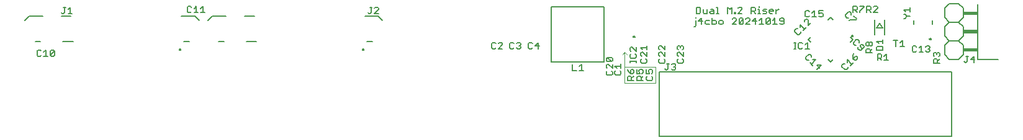
<source format=gto>
G75*
%MOIN*%
%OFA0B0*%
%FSLAX25Y25*%
%IPPOS*%
%LPD*%
%AMOC8*
5,1,8,0,0,1.08239X$1,22.5*
%
%ADD10C,0.00600*%
%ADD11C,0.00787*%
%ADD12C,0.00591*%
%ADD13C,0.00472*%
%ADD14C,0.00500*%
D10*
X0022786Y0063324D02*
X0023900Y0063324D01*
X0024456Y0063881D01*
X0025855Y0063324D02*
X0028081Y0063324D01*
X0026968Y0063324D02*
X0026968Y0066664D01*
X0025855Y0065551D01*
X0024456Y0066107D02*
X0023900Y0066664D01*
X0022786Y0066664D01*
X0022230Y0066107D01*
X0022230Y0063881D01*
X0022786Y0063324D01*
X0029480Y0063881D02*
X0031707Y0066107D01*
X0031707Y0063881D01*
X0031150Y0063324D01*
X0030037Y0063324D01*
X0029480Y0063881D01*
X0029480Y0066107D01*
X0030037Y0066664D01*
X0031150Y0066664D01*
X0031707Y0066107D01*
X0035886Y0086297D02*
X0036443Y0086297D01*
X0037000Y0086853D01*
X0037000Y0089636D01*
X0037556Y0089636D02*
X0036443Y0089636D01*
X0038955Y0088523D02*
X0040068Y0089636D01*
X0040068Y0086297D01*
X0038955Y0086297D02*
X0041181Y0086297D01*
X0035886Y0086297D02*
X0035330Y0086853D01*
X0102938Y0087306D02*
X0103495Y0086749D01*
X0104608Y0086749D01*
X0105165Y0087306D01*
X0106564Y0086749D02*
X0108790Y0086749D01*
X0107677Y0086749D02*
X0107677Y0090089D01*
X0106564Y0088976D01*
X0105165Y0089533D02*
X0104608Y0090089D01*
X0103495Y0090089D01*
X0102938Y0089533D01*
X0102938Y0087306D01*
X0110189Y0086749D02*
X0112415Y0086749D01*
X0111302Y0086749D02*
X0111302Y0090089D01*
X0110189Y0088976D01*
X0199897Y0086853D02*
X0200453Y0086297D01*
X0201010Y0086297D01*
X0201566Y0086853D01*
X0201566Y0089636D01*
X0201010Y0089636D02*
X0202123Y0089636D01*
X0203522Y0089080D02*
X0204078Y0089636D01*
X0205192Y0089636D01*
X0205748Y0089080D01*
X0205748Y0088523D01*
X0203522Y0086297D01*
X0205748Y0086297D01*
X0266353Y0070064D02*
X0266353Y0067837D01*
X0266910Y0067281D01*
X0268023Y0067281D01*
X0268580Y0067837D01*
X0269978Y0067281D02*
X0272205Y0069507D01*
X0272205Y0070064D01*
X0271648Y0070621D01*
X0270535Y0070621D01*
X0269978Y0070064D01*
X0268580Y0070064D02*
X0268023Y0070621D01*
X0266910Y0070621D01*
X0266353Y0070064D01*
X0269978Y0067281D02*
X0272205Y0067281D01*
X0276196Y0067837D02*
X0276752Y0067281D01*
X0277866Y0067281D01*
X0278422Y0067837D01*
X0279821Y0067837D02*
X0280378Y0067281D01*
X0281491Y0067281D01*
X0282047Y0067837D01*
X0282047Y0068394D01*
X0281491Y0068951D01*
X0280934Y0068951D01*
X0281491Y0068951D02*
X0282047Y0069507D01*
X0282047Y0070064D01*
X0281491Y0070621D01*
X0280378Y0070621D01*
X0279821Y0070064D01*
X0278422Y0070064D02*
X0277866Y0070621D01*
X0276752Y0070621D01*
X0276196Y0070064D01*
X0276196Y0067837D01*
X0286038Y0067837D02*
X0286595Y0067281D01*
X0287708Y0067281D01*
X0288265Y0067837D01*
X0289663Y0068951D02*
X0291890Y0068951D01*
X0291333Y0067281D02*
X0291333Y0070621D01*
X0289663Y0068951D01*
X0288265Y0070064D02*
X0287708Y0070621D01*
X0286595Y0070621D01*
X0286038Y0070064D01*
X0286038Y0067837D01*
X0309827Y0058839D02*
X0309827Y0055500D01*
X0312054Y0055500D01*
X0313453Y0055500D02*
X0315679Y0055500D01*
X0314566Y0055500D02*
X0314566Y0058839D01*
X0313453Y0057726D01*
X0327984Y0057300D02*
X0328541Y0056743D01*
X0327984Y0057300D02*
X0327984Y0058413D01*
X0328541Y0058970D01*
X0329098Y0058970D01*
X0331324Y0056743D01*
X0331324Y0058970D01*
X0330767Y0060368D02*
X0328541Y0062595D01*
X0330767Y0062595D01*
X0331324Y0062038D01*
X0331324Y0060925D01*
X0330767Y0060368D01*
X0328541Y0060368D01*
X0327984Y0060925D01*
X0327984Y0062038D01*
X0328541Y0062595D01*
X0332512Y0057938D02*
X0335852Y0057938D01*
X0335852Y0056825D02*
X0335852Y0059052D01*
X0333625Y0056825D02*
X0332512Y0057938D01*
X0339264Y0056158D02*
X0339820Y0055045D01*
X0340934Y0053931D01*
X0340934Y0055601D01*
X0341490Y0056158D01*
X0342047Y0056158D01*
X0342604Y0055601D01*
X0342604Y0054488D01*
X0342047Y0053931D01*
X0340934Y0053931D01*
X0340934Y0052533D02*
X0341490Y0051976D01*
X0341490Y0050306D01*
X0341490Y0051419D02*
X0342604Y0052533D01*
X0340934Y0052533D02*
X0339820Y0052533D01*
X0339264Y0051976D01*
X0339264Y0050306D01*
X0342604Y0050306D01*
X0344382Y0050306D02*
X0344382Y0051976D01*
X0344939Y0052533D01*
X0346052Y0052533D01*
X0346608Y0051976D01*
X0346608Y0050306D01*
X0346608Y0051419D02*
X0347722Y0052533D01*
X0347165Y0053931D02*
X0347722Y0054488D01*
X0347722Y0055601D01*
X0347165Y0056158D01*
X0346052Y0056158D01*
X0345495Y0055601D01*
X0345495Y0055045D01*
X0346052Y0053931D01*
X0344382Y0053931D01*
X0344382Y0056158D01*
X0349500Y0056158D02*
X0349500Y0053931D01*
X0351170Y0053931D01*
X0350613Y0055045D01*
X0350613Y0055601D01*
X0351170Y0056158D01*
X0352283Y0056158D01*
X0352840Y0055601D01*
X0352840Y0054488D01*
X0352283Y0053931D01*
X0352283Y0052533D02*
X0352840Y0051976D01*
X0352840Y0050863D01*
X0352283Y0050306D01*
X0350057Y0050306D01*
X0349500Y0050863D01*
X0349500Y0051976D01*
X0350057Y0052533D01*
X0347722Y0050306D02*
X0344382Y0050306D01*
X0335852Y0053756D02*
X0335852Y0054870D01*
X0335295Y0055426D01*
X0335852Y0053756D02*
X0335295Y0053200D01*
X0333068Y0053200D01*
X0332512Y0053756D01*
X0332512Y0054870D01*
X0333068Y0055426D01*
X0331324Y0054788D02*
X0330767Y0055345D01*
X0331324Y0054788D02*
X0331324Y0053675D01*
X0330767Y0053118D01*
X0328541Y0053118D01*
X0327984Y0053675D01*
X0327984Y0054788D01*
X0328541Y0055345D01*
X0340642Y0059897D02*
X0340642Y0061010D01*
X0340642Y0060454D02*
X0343982Y0060454D01*
X0343982Y0061010D02*
X0343982Y0059897D01*
X0346350Y0060082D02*
X0346907Y0059525D01*
X0349134Y0059525D01*
X0349690Y0060082D01*
X0349690Y0061195D01*
X0349134Y0061751D01*
X0349690Y0063150D02*
X0347464Y0065377D01*
X0346907Y0065377D01*
X0346350Y0064820D01*
X0346350Y0063707D01*
X0346907Y0063150D01*
X0346907Y0061751D02*
X0346350Y0061195D01*
X0346350Y0060082D01*
X0343982Y0062871D02*
X0343425Y0062314D01*
X0341198Y0062314D01*
X0340642Y0062871D01*
X0340642Y0063984D01*
X0341198Y0064541D01*
X0341198Y0065939D02*
X0340642Y0066496D01*
X0340642Y0067609D01*
X0341198Y0068166D01*
X0341755Y0068166D01*
X0343982Y0065939D01*
X0343982Y0068166D01*
X0346350Y0067888D02*
X0349690Y0067888D01*
X0349690Y0066775D02*
X0349690Y0069002D01*
X0347464Y0066775D02*
X0346350Y0067888D01*
X0349690Y0065377D02*
X0349690Y0063150D01*
X0343982Y0062871D02*
X0343982Y0063984D01*
X0343425Y0064541D01*
X0356193Y0064820D02*
X0356193Y0063707D01*
X0356750Y0063150D01*
X0356750Y0061751D02*
X0356193Y0061195D01*
X0356193Y0060082D01*
X0356750Y0059525D01*
X0358976Y0059525D01*
X0359533Y0060082D01*
X0359533Y0061195D01*
X0358976Y0061751D01*
X0359533Y0063150D02*
X0357306Y0065377D01*
X0356750Y0065377D01*
X0356193Y0064820D01*
X0356750Y0066775D02*
X0356193Y0067332D01*
X0356193Y0068445D01*
X0356750Y0069002D01*
X0357306Y0069002D01*
X0359533Y0066775D01*
X0359533Y0069002D01*
X0366035Y0068445D02*
X0366035Y0067332D01*
X0366592Y0066775D01*
X0366592Y0065377D02*
X0366035Y0064820D01*
X0366035Y0063707D01*
X0366592Y0063150D01*
X0366592Y0061751D02*
X0366035Y0061195D01*
X0366035Y0060082D01*
X0366592Y0059525D01*
X0368819Y0059525D01*
X0369375Y0060082D01*
X0369375Y0061195D01*
X0368819Y0061751D01*
X0369375Y0063150D02*
X0367149Y0065377D01*
X0366592Y0065377D01*
X0368819Y0066775D02*
X0369375Y0067332D01*
X0369375Y0068445D01*
X0368819Y0069002D01*
X0368262Y0069002D01*
X0367705Y0068445D01*
X0367705Y0067888D01*
X0367705Y0068445D02*
X0367149Y0069002D01*
X0366592Y0069002D01*
X0366035Y0068445D01*
X0369375Y0065377D02*
X0369375Y0063150D01*
X0359533Y0063150D02*
X0359533Y0065377D01*
X0360459Y0059321D02*
X0361572Y0059321D01*
X0361015Y0059321D02*
X0361015Y0056538D01*
X0360459Y0055982D01*
X0359902Y0055982D01*
X0359345Y0056538D01*
X0362971Y0056538D02*
X0363527Y0055982D01*
X0364640Y0055982D01*
X0365197Y0056538D01*
X0365197Y0057095D01*
X0364640Y0057652D01*
X0364084Y0057652D01*
X0364640Y0057652D02*
X0365197Y0058208D01*
X0365197Y0058765D01*
X0364640Y0059321D01*
X0363527Y0059321D01*
X0362971Y0058765D01*
X0428752Y0067317D02*
X0429865Y0067317D01*
X0429309Y0067317D02*
X0429309Y0070657D01*
X0429865Y0070657D02*
X0428752Y0070657D01*
X0431169Y0070101D02*
X0431169Y0067874D01*
X0431725Y0067317D01*
X0432839Y0067317D01*
X0433395Y0067874D01*
X0434794Y0067317D02*
X0437020Y0067317D01*
X0435907Y0067317D02*
X0435907Y0070657D01*
X0434794Y0069544D01*
X0433395Y0070101D02*
X0432839Y0070657D01*
X0431725Y0070657D01*
X0431169Y0070101D01*
X0436536Y0072217D02*
X0437738Y0073419D01*
X0436536Y0072217D02*
X0437738Y0071015D01*
X0432281Y0075791D02*
X0432281Y0076578D01*
X0432281Y0075791D02*
X0431494Y0075003D01*
X0430707Y0075003D01*
X0429132Y0076578D01*
X0429132Y0077365D01*
X0429920Y0078152D01*
X0430707Y0078152D01*
X0432089Y0078748D02*
X0432089Y0080322D01*
X0434451Y0077960D01*
X0433664Y0077173D02*
X0435238Y0078748D01*
X0436227Y0079736D02*
X0436227Y0082885D01*
X0435833Y0083279D01*
X0435046Y0083279D01*
X0434259Y0082492D01*
X0434259Y0081704D01*
X0436227Y0079736D02*
X0437802Y0081311D01*
X0447213Y0082894D02*
X0448415Y0084096D01*
X0449618Y0082894D01*
X0444305Y0084944D02*
X0443748Y0084387D01*
X0442635Y0084387D01*
X0442078Y0084944D01*
X0442078Y0086057D02*
X0443192Y0086614D01*
X0443748Y0086614D01*
X0444305Y0086057D01*
X0444305Y0084944D01*
X0442078Y0086057D02*
X0442078Y0087727D01*
X0444305Y0087727D01*
X0439567Y0087727D02*
X0439567Y0084387D01*
X0440680Y0084387D02*
X0438453Y0084387D01*
X0437055Y0084944D02*
X0436498Y0084387D01*
X0435385Y0084387D01*
X0434828Y0084944D01*
X0434828Y0087170D01*
X0435385Y0087727D01*
X0436498Y0087727D01*
X0437055Y0087170D01*
X0438453Y0086614D02*
X0439567Y0087727D01*
X0456320Y0085595D02*
X0456320Y0084808D01*
X0457107Y0084021D01*
X0457894Y0084021D01*
X0458883Y0083032D02*
X0458490Y0082638D01*
X0458883Y0083032D02*
X0462032Y0083032D01*
X0462426Y0083425D01*
X0460851Y0085000D01*
X0459469Y0085595D02*
X0459469Y0086382D01*
X0458682Y0087169D01*
X0457894Y0087169D01*
X0456320Y0085595D01*
X0460389Y0087025D02*
X0460389Y0090365D01*
X0462059Y0090365D01*
X0462615Y0089808D01*
X0462615Y0088695D01*
X0462059Y0088138D01*
X0460389Y0088138D01*
X0461502Y0088138D02*
X0462615Y0087025D01*
X0464014Y0087025D02*
X0464014Y0087582D01*
X0466240Y0089808D01*
X0466240Y0090365D01*
X0464014Y0090365D01*
X0467869Y0090365D02*
X0469539Y0090365D01*
X0470096Y0089808D01*
X0470096Y0088695D01*
X0469539Y0088138D01*
X0467869Y0088138D01*
X0467869Y0087025D02*
X0467869Y0090365D01*
X0468982Y0088138D02*
X0470096Y0087025D01*
X0471494Y0087025D02*
X0473721Y0089251D01*
X0473721Y0089808D01*
X0473164Y0090365D01*
X0472051Y0090365D01*
X0471494Y0089808D01*
X0471494Y0087025D02*
X0473721Y0087025D01*
X0472037Y0082847D02*
X0472037Y0074973D01*
X0477549Y0074973D02*
X0477549Y0082847D01*
X0474793Y0080878D02*
X0473219Y0078516D01*
X0476368Y0078516D01*
X0474793Y0080878D01*
X0487712Y0083607D02*
X0488269Y0083607D01*
X0489382Y0084721D01*
X0491052Y0084721D01*
X0489382Y0084721D02*
X0488269Y0085834D01*
X0487712Y0085834D01*
X0488826Y0087232D02*
X0487712Y0088346D01*
X0491052Y0088346D01*
X0491052Y0089459D02*
X0491052Y0087232D01*
X0509557Y0089048D02*
X0509557Y0084048D01*
X0512057Y0081548D01*
X0509557Y0079048D01*
X0509557Y0074048D01*
X0512057Y0071548D01*
X0509557Y0069048D01*
X0509557Y0064048D01*
X0512057Y0061548D01*
X0517057Y0061548D01*
X0519557Y0064048D01*
X0519557Y0069048D01*
X0517057Y0071548D01*
X0512057Y0071548D01*
X0517057Y0071548D02*
X0519557Y0074048D01*
X0519557Y0079048D01*
X0517057Y0081548D01*
X0512057Y0081548D01*
X0517057Y0081548D02*
X0519557Y0084048D01*
X0519557Y0089048D01*
X0517057Y0091548D01*
X0512057Y0091548D01*
X0509557Y0089048D01*
X0460295Y0072217D02*
X0459093Y0073419D01*
X0460295Y0072217D02*
X0459093Y0071015D01*
X0460617Y0070668D02*
X0460617Y0069881D01*
X0461404Y0069094D01*
X0462191Y0069094D01*
X0463180Y0068105D02*
X0463180Y0067318D01*
X0463967Y0066530D01*
X0464755Y0066530D01*
X0466329Y0068105D01*
X0466329Y0068892D01*
X0465542Y0069679D01*
X0464755Y0069679D01*
X0464361Y0069286D01*
X0464361Y0068498D01*
X0465542Y0067318D01*
X0467472Y0066766D02*
X0468029Y0067322D01*
X0469142Y0067322D01*
X0469699Y0066766D01*
X0469699Y0065096D01*
X0469699Y0066209D02*
X0470812Y0067322D01*
X0470256Y0068721D02*
X0469699Y0068721D01*
X0469142Y0069278D01*
X0469142Y0070391D01*
X0469699Y0070947D01*
X0470256Y0070947D01*
X0470812Y0070391D01*
X0470812Y0069278D01*
X0470256Y0068721D01*
X0469142Y0069278D02*
X0468586Y0068721D01*
X0468029Y0068721D01*
X0467472Y0069278D01*
X0467472Y0070391D01*
X0468029Y0070947D01*
X0468586Y0070947D01*
X0469142Y0070391D01*
X0473122Y0071186D02*
X0476462Y0071186D01*
X0476462Y0070073D02*
X0476462Y0072300D01*
X0474235Y0070073D02*
X0473122Y0071186D01*
X0463766Y0071455D02*
X0463766Y0070668D01*
X0463766Y0071455D02*
X0462978Y0072243D01*
X0462191Y0072243D01*
X0460617Y0070668D01*
X0467472Y0066766D02*
X0467472Y0065096D01*
X0470812Y0065096D01*
X0473122Y0066448D02*
X0473122Y0068118D01*
X0473679Y0068674D01*
X0475905Y0068674D01*
X0476462Y0068118D01*
X0476462Y0066448D01*
X0473122Y0066448D01*
X0473578Y0064380D02*
X0475248Y0064380D01*
X0475804Y0063824D01*
X0475804Y0062711D01*
X0475248Y0062154D01*
X0473578Y0062154D01*
X0474691Y0062154D02*
X0475804Y0061041D01*
X0477203Y0061041D02*
X0479429Y0061041D01*
X0478316Y0061041D02*
X0478316Y0064380D01*
X0477203Y0063267D01*
X0473578Y0064380D02*
X0473578Y0061041D01*
X0462801Y0061979D02*
X0462801Y0062766D01*
X0462407Y0063160D01*
X0461620Y0063160D01*
X0460439Y0061979D01*
X0461227Y0061192D01*
X0462014Y0061192D01*
X0462801Y0061979D01*
X0460439Y0061979D02*
X0460439Y0063553D01*
X0460833Y0064734D01*
X0457483Y0061383D02*
X0459844Y0059022D01*
X0459057Y0058235D02*
X0460631Y0059809D01*
X0457483Y0059809D02*
X0457483Y0061383D01*
X0456100Y0059214D02*
X0455313Y0059214D01*
X0454526Y0058426D01*
X0454526Y0057639D01*
X0456100Y0056065D01*
X0456887Y0056065D01*
X0457674Y0056852D01*
X0457674Y0057639D01*
X0449618Y0061540D02*
X0448415Y0060338D01*
X0447213Y0061540D01*
X0440379Y0061378D02*
X0438017Y0059016D01*
X0437230Y0059803D02*
X0438804Y0058229D01*
X0440974Y0058421D02*
X0442548Y0056846D01*
X0440974Y0056059D02*
X0443336Y0058421D01*
X0440974Y0058421D01*
X0440379Y0061378D02*
X0438804Y0061378D01*
X0438209Y0062760D02*
X0438209Y0063548D01*
X0437422Y0064335D01*
X0436635Y0064335D01*
X0435060Y0062760D01*
X0435060Y0061973D01*
X0435847Y0061186D01*
X0436635Y0061186D01*
X0482160Y0071743D02*
X0484387Y0071743D01*
X0483274Y0071743D02*
X0483274Y0068403D01*
X0485785Y0068403D02*
X0488012Y0068403D01*
X0486899Y0068403D02*
X0486899Y0071743D01*
X0485785Y0070629D01*
X0492278Y0068351D02*
X0492278Y0066125D01*
X0492835Y0065568D01*
X0493948Y0065568D01*
X0494505Y0066125D01*
X0495904Y0065568D02*
X0498130Y0065568D01*
X0497017Y0065568D02*
X0497017Y0068908D01*
X0495904Y0067795D01*
X0494505Y0068351D02*
X0493948Y0068908D01*
X0492835Y0068908D01*
X0492278Y0068351D01*
X0499529Y0068351D02*
X0500085Y0068908D01*
X0501199Y0068908D01*
X0501755Y0068351D01*
X0501755Y0067795D01*
X0501199Y0067238D01*
X0501755Y0066681D01*
X0501755Y0066125D01*
X0501199Y0065568D01*
X0500085Y0065568D01*
X0499529Y0066125D01*
X0500642Y0067238D02*
X0501199Y0067238D01*
X0503575Y0064794D02*
X0504131Y0065351D01*
X0504688Y0065351D01*
X0505245Y0064794D01*
X0505801Y0065351D01*
X0506358Y0065351D01*
X0506915Y0064794D01*
X0506915Y0063681D01*
X0506358Y0063124D01*
X0506915Y0061726D02*
X0505801Y0060612D01*
X0505801Y0061169D02*
X0505801Y0059499D01*
X0506915Y0059499D02*
X0503575Y0059499D01*
X0503575Y0061169D01*
X0504131Y0061726D01*
X0505245Y0061726D01*
X0505801Y0061169D01*
X0504131Y0063124D02*
X0503575Y0063681D01*
X0503575Y0064794D01*
X0505245Y0064794D02*
X0505245Y0064237D01*
X0520030Y0060392D02*
X0520586Y0059835D01*
X0521143Y0059835D01*
X0521700Y0060392D01*
X0521700Y0063175D01*
X0522256Y0063175D02*
X0521143Y0063175D01*
X0523655Y0061505D02*
X0525881Y0061505D01*
X0525325Y0059835D02*
X0525325Y0063175D01*
X0523655Y0061505D01*
X0423238Y0080948D02*
X0423238Y0083174D01*
X0422682Y0083731D01*
X0421568Y0083731D01*
X0421012Y0083174D01*
X0421012Y0082618D01*
X0421568Y0082061D01*
X0423238Y0082061D01*
X0423238Y0080948D02*
X0422682Y0080391D01*
X0421568Y0080391D01*
X0421012Y0080948D01*
X0419613Y0080391D02*
X0417387Y0080391D01*
X0418500Y0080391D02*
X0418500Y0083731D01*
X0417387Y0082618D01*
X0415988Y0083174D02*
X0413762Y0080948D01*
X0414318Y0080391D01*
X0415431Y0080391D01*
X0415988Y0080948D01*
X0415988Y0083174D01*
X0415431Y0083731D01*
X0414318Y0083731D01*
X0413762Y0083174D01*
X0413762Y0080948D01*
X0412363Y0080391D02*
X0410136Y0080391D01*
X0411250Y0080391D02*
X0411250Y0083731D01*
X0410136Y0082618D01*
X0408738Y0082061D02*
X0406511Y0082061D01*
X0408181Y0083731D01*
X0408181Y0080391D01*
X0405113Y0080391D02*
X0402886Y0080391D01*
X0405113Y0082618D01*
X0405113Y0083174D01*
X0404556Y0083731D01*
X0403443Y0083731D01*
X0402886Y0083174D01*
X0401488Y0083174D02*
X0399261Y0080948D01*
X0399818Y0080391D01*
X0400931Y0080391D01*
X0401488Y0080948D01*
X0401488Y0083174D01*
X0400931Y0083731D01*
X0399818Y0083731D01*
X0399261Y0083174D01*
X0399261Y0080948D01*
X0397862Y0080391D02*
X0395636Y0080391D01*
X0397862Y0082618D01*
X0397862Y0083174D01*
X0397306Y0083731D01*
X0396192Y0083731D01*
X0395636Y0083174D01*
X0395418Y0086297D02*
X0395418Y0089636D01*
X0394305Y0088523D01*
X0393192Y0089636D01*
X0393192Y0086297D01*
X0396817Y0086297D02*
X0396817Y0086853D01*
X0397374Y0086853D01*
X0397374Y0086297D01*
X0396817Y0086297D01*
X0398630Y0086297D02*
X0400856Y0088523D01*
X0400856Y0089080D01*
X0400299Y0089636D01*
X0399186Y0089636D01*
X0398630Y0089080D01*
X0405880Y0089636D02*
X0407550Y0089636D01*
X0408106Y0089080D01*
X0408106Y0087966D01*
X0407550Y0087410D01*
X0405880Y0087410D01*
X0406993Y0087410D02*
X0408106Y0086297D01*
X0409505Y0086297D02*
X0410618Y0086297D01*
X0410062Y0086297D02*
X0410062Y0088523D01*
X0409505Y0088523D01*
X0410062Y0089636D02*
X0410062Y0090193D01*
X0411922Y0087966D02*
X0412478Y0088523D01*
X0414148Y0088523D01*
X0413592Y0087410D02*
X0412478Y0087410D01*
X0411922Y0087966D01*
X0411922Y0086297D02*
X0413592Y0086297D01*
X0414148Y0086853D01*
X0413592Y0087410D01*
X0415547Y0087410D02*
X0417773Y0087410D01*
X0417773Y0087966D01*
X0417217Y0088523D01*
X0416103Y0088523D01*
X0415547Y0087966D01*
X0415547Y0086853D01*
X0416103Y0086297D01*
X0417217Y0086297D01*
X0419172Y0086297D02*
X0419172Y0088523D01*
X0419172Y0087410D02*
X0420285Y0088523D01*
X0420842Y0088523D01*
X0405880Y0089636D02*
X0405880Y0086297D01*
X0400856Y0086297D02*
X0398630Y0086297D01*
X0390612Y0082061D02*
X0390055Y0082618D01*
X0388942Y0082618D01*
X0388386Y0082061D01*
X0388386Y0080948D01*
X0388942Y0080391D01*
X0390055Y0080391D01*
X0390612Y0080948D01*
X0390612Y0082061D01*
X0386987Y0082061D02*
X0386987Y0080948D01*
X0386430Y0080391D01*
X0384760Y0080391D01*
X0384760Y0083731D01*
X0384760Y0082618D02*
X0386430Y0082618D01*
X0386987Y0082061D01*
X0383362Y0082618D02*
X0381692Y0082618D01*
X0381135Y0082061D01*
X0381135Y0080948D01*
X0381692Y0080391D01*
X0383362Y0080391D01*
X0379737Y0082061D02*
X0377510Y0082061D01*
X0379180Y0083731D01*
X0379180Y0080391D01*
X0376207Y0079834D02*
X0375650Y0079278D01*
X0375093Y0079278D01*
X0376207Y0079834D02*
X0376207Y0082618D01*
X0376207Y0083731D02*
X0376207Y0084288D01*
X0376275Y0086297D02*
X0377944Y0086297D01*
X0378501Y0086853D01*
X0378501Y0089080D01*
X0377944Y0089636D01*
X0376275Y0089636D01*
X0376275Y0086297D01*
X0379900Y0086853D02*
X0380456Y0086297D01*
X0382126Y0086297D01*
X0382126Y0088523D01*
X0384081Y0088523D02*
X0385195Y0088523D01*
X0385751Y0087966D01*
X0385751Y0086297D01*
X0384081Y0086297D01*
X0383525Y0086853D01*
X0384081Y0087410D01*
X0385751Y0087410D01*
X0387150Y0086297D02*
X0388263Y0086297D01*
X0387707Y0086297D02*
X0387707Y0089636D01*
X0387150Y0089636D01*
X0379900Y0088523D02*
X0379900Y0086853D01*
D11*
X0342478Y0073792D02*
X0342480Y0073831D01*
X0342486Y0073870D01*
X0342496Y0073908D01*
X0342509Y0073945D01*
X0342526Y0073980D01*
X0342546Y0074014D01*
X0342570Y0074045D01*
X0342597Y0074074D01*
X0342626Y0074100D01*
X0342658Y0074123D01*
X0342692Y0074143D01*
X0342728Y0074159D01*
X0342765Y0074171D01*
X0342804Y0074180D01*
X0342843Y0074185D01*
X0342882Y0074186D01*
X0342921Y0074183D01*
X0342960Y0074176D01*
X0342997Y0074165D01*
X0343034Y0074151D01*
X0343069Y0074133D01*
X0343102Y0074112D01*
X0343133Y0074087D01*
X0343161Y0074060D01*
X0343186Y0074030D01*
X0343208Y0073997D01*
X0343227Y0073963D01*
X0343242Y0073927D01*
X0343254Y0073889D01*
X0343262Y0073851D01*
X0343266Y0073812D01*
X0343266Y0073772D01*
X0343262Y0073733D01*
X0343254Y0073695D01*
X0343242Y0073657D01*
X0343227Y0073621D01*
X0343208Y0073587D01*
X0343186Y0073554D01*
X0343161Y0073524D01*
X0343133Y0073497D01*
X0343102Y0073472D01*
X0343069Y0073451D01*
X0343034Y0073433D01*
X0342997Y0073419D01*
X0342960Y0073408D01*
X0342921Y0073401D01*
X0342882Y0073398D01*
X0342843Y0073399D01*
X0342804Y0073404D01*
X0342765Y0073413D01*
X0342728Y0073425D01*
X0342692Y0073441D01*
X0342658Y0073461D01*
X0342626Y0073484D01*
X0342597Y0073510D01*
X0342570Y0073539D01*
X0342546Y0073570D01*
X0342526Y0073604D01*
X0342509Y0073639D01*
X0342496Y0073676D01*
X0342486Y0073714D01*
X0342480Y0073753D01*
X0342478Y0073792D01*
X0459636Y0074186D02*
X0459638Y0074225D01*
X0459644Y0074264D01*
X0459654Y0074302D01*
X0459667Y0074339D01*
X0459684Y0074374D01*
X0459704Y0074408D01*
X0459728Y0074439D01*
X0459755Y0074468D01*
X0459784Y0074494D01*
X0459816Y0074517D01*
X0459850Y0074537D01*
X0459886Y0074553D01*
X0459923Y0074565D01*
X0459962Y0074574D01*
X0460001Y0074579D01*
X0460040Y0074580D01*
X0460079Y0074577D01*
X0460118Y0074570D01*
X0460155Y0074559D01*
X0460192Y0074545D01*
X0460227Y0074527D01*
X0460260Y0074506D01*
X0460291Y0074481D01*
X0460319Y0074454D01*
X0460344Y0074424D01*
X0460366Y0074391D01*
X0460385Y0074357D01*
X0460400Y0074321D01*
X0460412Y0074283D01*
X0460420Y0074245D01*
X0460424Y0074206D01*
X0460424Y0074166D01*
X0460420Y0074127D01*
X0460412Y0074089D01*
X0460400Y0074051D01*
X0460385Y0074015D01*
X0460366Y0073981D01*
X0460344Y0073948D01*
X0460319Y0073918D01*
X0460291Y0073891D01*
X0460260Y0073866D01*
X0460227Y0073845D01*
X0460192Y0073827D01*
X0460155Y0073813D01*
X0460118Y0073802D01*
X0460079Y0073795D01*
X0460040Y0073792D01*
X0460001Y0073793D01*
X0459962Y0073798D01*
X0459923Y0073807D01*
X0459886Y0073819D01*
X0459850Y0073835D01*
X0459816Y0073855D01*
X0459784Y0073878D01*
X0459755Y0073904D01*
X0459728Y0073933D01*
X0459704Y0073964D01*
X0459684Y0073998D01*
X0459667Y0074033D01*
X0459654Y0074070D01*
X0459644Y0074108D01*
X0459638Y0074147D01*
X0459636Y0074186D01*
X0501541Y0072611D02*
X0501543Y0072650D01*
X0501549Y0072689D01*
X0501559Y0072727D01*
X0501572Y0072764D01*
X0501589Y0072799D01*
X0501609Y0072833D01*
X0501633Y0072864D01*
X0501660Y0072893D01*
X0501689Y0072919D01*
X0501721Y0072942D01*
X0501755Y0072962D01*
X0501791Y0072978D01*
X0501828Y0072990D01*
X0501867Y0072999D01*
X0501906Y0073004D01*
X0501945Y0073005D01*
X0501984Y0073002D01*
X0502023Y0072995D01*
X0502060Y0072984D01*
X0502097Y0072970D01*
X0502132Y0072952D01*
X0502165Y0072931D01*
X0502196Y0072906D01*
X0502224Y0072879D01*
X0502249Y0072849D01*
X0502271Y0072816D01*
X0502290Y0072782D01*
X0502305Y0072746D01*
X0502317Y0072708D01*
X0502325Y0072670D01*
X0502329Y0072631D01*
X0502329Y0072591D01*
X0502325Y0072552D01*
X0502317Y0072514D01*
X0502305Y0072476D01*
X0502290Y0072440D01*
X0502271Y0072406D01*
X0502249Y0072373D01*
X0502224Y0072343D01*
X0502196Y0072316D01*
X0502165Y0072291D01*
X0502132Y0072270D01*
X0502097Y0072252D01*
X0502060Y0072238D01*
X0502023Y0072227D01*
X0501984Y0072220D01*
X0501945Y0072217D01*
X0501906Y0072218D01*
X0501867Y0072223D01*
X0501828Y0072232D01*
X0501791Y0072244D01*
X0501755Y0072260D01*
X0501721Y0072280D01*
X0501689Y0072303D01*
X0501660Y0072329D01*
X0501633Y0072358D01*
X0501609Y0072389D01*
X0501589Y0072423D01*
X0501572Y0072458D01*
X0501559Y0072495D01*
X0501549Y0072533D01*
X0501543Y0072572D01*
X0501541Y0072611D01*
X0197037Y0066827D02*
X0197039Y0066866D01*
X0197045Y0066905D01*
X0197055Y0066943D01*
X0197068Y0066980D01*
X0197085Y0067015D01*
X0197105Y0067049D01*
X0197129Y0067080D01*
X0197156Y0067109D01*
X0197185Y0067135D01*
X0197217Y0067158D01*
X0197251Y0067178D01*
X0197287Y0067194D01*
X0197324Y0067206D01*
X0197363Y0067215D01*
X0197402Y0067220D01*
X0197441Y0067221D01*
X0197480Y0067218D01*
X0197519Y0067211D01*
X0197556Y0067200D01*
X0197593Y0067186D01*
X0197628Y0067168D01*
X0197661Y0067147D01*
X0197692Y0067122D01*
X0197720Y0067095D01*
X0197745Y0067065D01*
X0197767Y0067032D01*
X0197786Y0066998D01*
X0197801Y0066962D01*
X0197813Y0066924D01*
X0197821Y0066886D01*
X0197825Y0066847D01*
X0197825Y0066807D01*
X0197821Y0066768D01*
X0197813Y0066730D01*
X0197801Y0066692D01*
X0197786Y0066656D01*
X0197767Y0066622D01*
X0197745Y0066589D01*
X0197720Y0066559D01*
X0197692Y0066532D01*
X0197661Y0066507D01*
X0197628Y0066486D01*
X0197593Y0066468D01*
X0197556Y0066454D01*
X0197519Y0066443D01*
X0197480Y0066436D01*
X0197441Y0066433D01*
X0197402Y0066434D01*
X0197363Y0066439D01*
X0197324Y0066448D01*
X0197287Y0066460D01*
X0197251Y0066476D01*
X0197217Y0066496D01*
X0197185Y0066519D01*
X0197156Y0066545D01*
X0197129Y0066574D01*
X0197105Y0066605D01*
X0197085Y0066639D01*
X0197068Y0066674D01*
X0197055Y0066711D01*
X0197045Y0066749D01*
X0197039Y0066788D01*
X0197037Y0066827D01*
X0098612Y0066827D02*
X0098614Y0066866D01*
X0098620Y0066905D01*
X0098630Y0066943D01*
X0098643Y0066980D01*
X0098660Y0067015D01*
X0098680Y0067049D01*
X0098704Y0067080D01*
X0098731Y0067109D01*
X0098760Y0067135D01*
X0098792Y0067158D01*
X0098826Y0067178D01*
X0098862Y0067194D01*
X0098899Y0067206D01*
X0098938Y0067215D01*
X0098977Y0067220D01*
X0099016Y0067221D01*
X0099055Y0067218D01*
X0099094Y0067211D01*
X0099131Y0067200D01*
X0099168Y0067186D01*
X0099203Y0067168D01*
X0099236Y0067147D01*
X0099267Y0067122D01*
X0099295Y0067095D01*
X0099320Y0067065D01*
X0099342Y0067032D01*
X0099361Y0066998D01*
X0099376Y0066962D01*
X0099388Y0066924D01*
X0099396Y0066886D01*
X0099400Y0066847D01*
X0099400Y0066807D01*
X0099396Y0066768D01*
X0099388Y0066730D01*
X0099376Y0066692D01*
X0099361Y0066656D01*
X0099342Y0066622D01*
X0099320Y0066589D01*
X0099295Y0066559D01*
X0099267Y0066532D01*
X0099236Y0066507D01*
X0099203Y0066486D01*
X0099168Y0066468D01*
X0099131Y0066454D01*
X0099094Y0066443D01*
X0099055Y0066436D01*
X0099016Y0066433D01*
X0098977Y0066434D01*
X0098938Y0066439D01*
X0098899Y0066448D01*
X0098862Y0066460D01*
X0098826Y0066476D01*
X0098792Y0066496D01*
X0098760Y0066519D01*
X0098731Y0066545D01*
X0098704Y0066574D01*
X0098680Y0066605D01*
X0098660Y0066639D01*
X0098643Y0066674D01*
X0098630Y0066711D01*
X0098620Y0066749D01*
X0098614Y0066788D01*
X0098612Y0066827D01*
D12*
X0519675Y0066705D02*
X0527549Y0066705D01*
X0527549Y0075957D01*
X0524597Y0075957D01*
X0525187Y0076548D01*
X0524597Y0077138D01*
X0524793Y0076548D01*
X0521841Y0075957D01*
X0524597Y0075957D01*
X0524793Y0076548D02*
X0519675Y0076548D01*
X0519675Y0077138D02*
X0524597Y0077138D01*
X0527352Y0077138D01*
X0527352Y0076548D02*
X0524793Y0076548D01*
X0527549Y0075957D02*
X0527549Y0091311D01*
X0527352Y0086981D02*
X0519675Y0086981D01*
X0519675Y0086390D02*
X0527352Y0086390D01*
X0527352Y0085800D02*
X0519675Y0085800D01*
X0519872Y0075957D02*
X0521841Y0075957D01*
X0519675Y0067099D02*
X0527352Y0067099D01*
X0527549Y0066705D02*
X0527549Y0066115D01*
X0519675Y0066115D01*
X0527549Y0066115D02*
X0527549Y0061587D01*
X0538376Y0061587D01*
D13*
X0354321Y0057650D02*
X0354321Y0048989D01*
X0337786Y0048989D01*
X0337786Y0057650D01*
X0337786Y0065524D01*
X0338967Y0064343D01*
X0337786Y0065524D02*
X0336604Y0064343D01*
X0337786Y0057650D02*
X0354321Y0057650D01*
D14*
X0356486Y0054894D02*
X0356486Y0020248D01*
X0513376Y0020248D01*
X0513376Y0054894D01*
X0356486Y0054894D01*
X0326762Y0060209D02*
X0298415Y0060209D01*
X0298415Y0089737D01*
X0326762Y0089737D01*
X0326762Y0060209D01*
X0207884Y0082630D02*
X0205502Y0085012D01*
X0198297Y0085012D01*
X0199400Y0071233D02*
X0202352Y0071233D01*
X0140148Y0071233D02*
X0134636Y0071233D01*
X0122628Y0071233D02*
X0119675Y0071233D01*
X0103927Y0071233D02*
X0100975Y0071233D01*
X0109459Y0082630D02*
X0107077Y0085012D01*
X0099872Y0085012D01*
X0114144Y0082630D02*
X0116526Y0085012D01*
X0123730Y0085012D01*
X0133849Y0085012D02*
X0138967Y0085012D01*
X0041723Y0071233D02*
X0036211Y0071233D01*
X0024203Y0071233D02*
X0021250Y0071233D01*
X0015719Y0082630D02*
X0018100Y0085012D01*
X0025305Y0085012D01*
X0035423Y0085012D02*
X0040541Y0085012D01*
X0493100Y0082650D02*
X0493100Y0080682D01*
X0502943Y0080682D02*
X0502943Y0082650D01*
M02*

</source>
